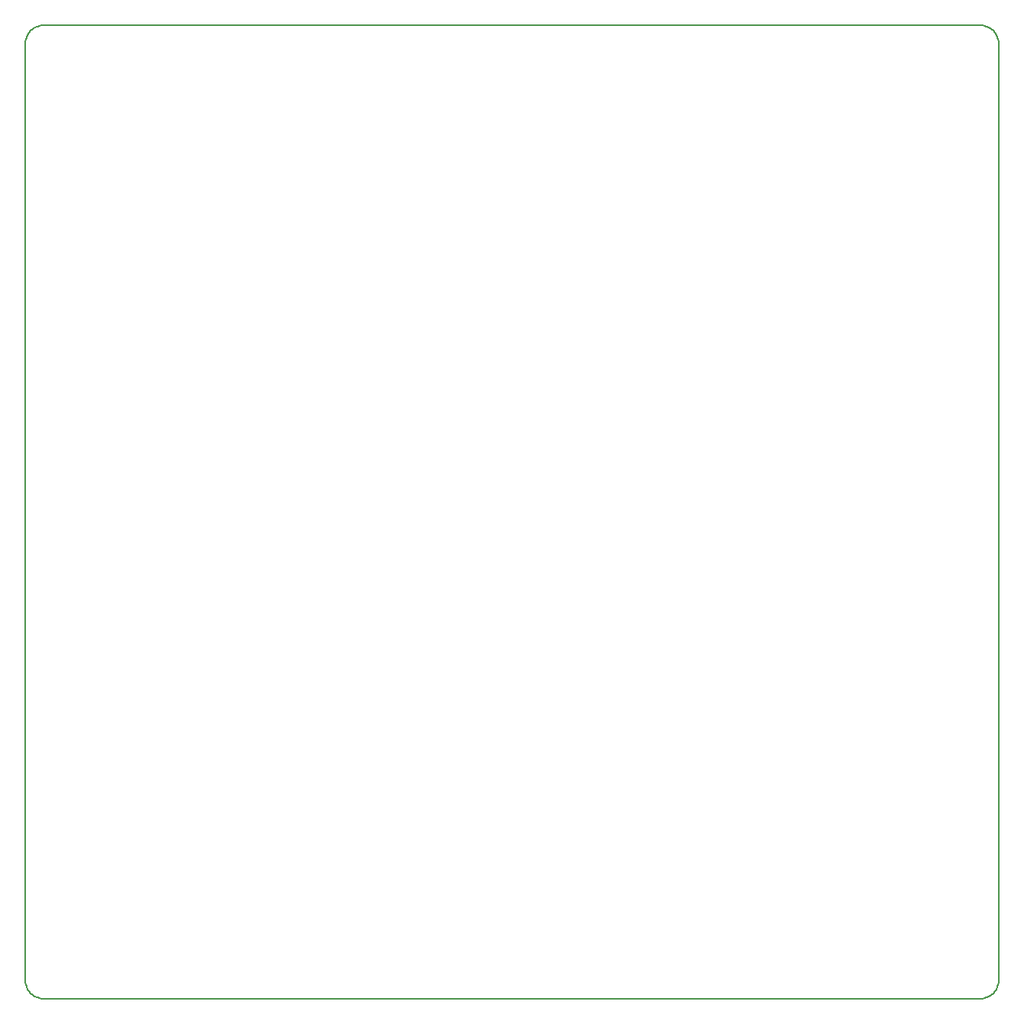
<source format=gm1>
G04 #@! TF.GenerationSoftware,KiCad,Pcbnew,(5.1.6)-1*
G04 #@! TF.CreationDate,2020-08-22T18:55:14+02:00*
G04 #@! TF.ProjectId,europa-bottom-plate,6575726f-7061-42d6-926f-74746f6d2d70,rev?*
G04 #@! TF.SameCoordinates,Original*
G04 #@! TF.FileFunction,Profile,NP*
%FSLAX46Y46*%
G04 Gerber Fmt 4.6, Leading zero omitted, Abs format (unit mm)*
G04 Created by KiCad (PCBNEW (5.1.6)-1) date 2020-08-22 18:55:14*
%MOMM*%
%LPD*%
G01*
G04 APERTURE LIST*
G04 #@! TA.AperFunction,Profile*
%ADD10C,0.200000*%
G04 #@! TD*
G04 APERTURE END LIST*
D10*
X211371250Y-43727500D02*
X211575738Y-43737825D01*
X211575738Y-43737825D02*
X211774319Y-43768132D01*
X211774319Y-43768132D02*
X212058916Y-43848859D01*
X212058916Y-43848859D02*
X212324568Y-43968889D01*
X212324568Y-43968889D02*
X212567881Y-44124829D01*
X212567881Y-44124829D02*
X212785463Y-44313286D01*
X212785463Y-44313286D02*
X212973920Y-44530867D01*
X212973920Y-44530867D02*
X213129860Y-44774181D01*
X213129860Y-44774181D02*
X213249890Y-45039832D01*
X213249890Y-45039832D02*
X213330617Y-45324430D01*
X213330617Y-45324430D02*
X213360924Y-45523011D01*
X213360924Y-45523011D02*
X213371250Y-45727500D01*
X107371250Y-43727500D02*
X211371250Y-43727500D01*
X213371250Y-45727500D02*
X213371250Y-149727500D01*
X105371250Y-45727500D02*
X105381575Y-45523011D01*
X105381575Y-45523011D02*
X105411882Y-45324430D01*
X105411882Y-45324430D02*
X105492609Y-45039832D01*
X105492609Y-45039832D02*
X105612639Y-44774181D01*
X105612639Y-44774181D02*
X105768579Y-44530867D01*
X105768579Y-44530867D02*
X105957036Y-44313286D01*
X105957036Y-44313286D02*
X106174617Y-44124829D01*
X106174617Y-44124829D02*
X106417931Y-43968889D01*
X106417931Y-43968889D02*
X106683582Y-43848859D01*
X106683582Y-43848859D02*
X106968180Y-43768132D01*
X106968180Y-43768132D02*
X107166761Y-43737825D01*
X107166761Y-43737825D02*
X107371250Y-43727500D01*
X105371250Y-149727500D02*
X105371250Y-45727500D01*
X107371250Y-151727500D02*
X107166761Y-151717174D01*
X107166761Y-151717174D02*
X106968180Y-151686867D01*
X106968180Y-151686867D02*
X106683582Y-151606140D01*
X106683582Y-151606140D02*
X106417931Y-151486110D01*
X106417931Y-151486110D02*
X106174617Y-151330170D01*
X106174617Y-151330170D02*
X105957036Y-151141713D01*
X105957036Y-151141713D02*
X105768579Y-150924131D01*
X105768579Y-150924131D02*
X105612639Y-150680818D01*
X105612639Y-150680818D02*
X105492609Y-150415166D01*
X105492609Y-150415166D02*
X105411882Y-150130569D01*
X105411882Y-150130569D02*
X105381575Y-149931988D01*
X105381575Y-149931988D02*
X105371250Y-149727500D01*
X211371250Y-151727500D02*
X107371250Y-151727500D01*
X213371250Y-149727500D02*
X213360924Y-149931988D01*
X213360924Y-149931988D02*
X213330617Y-150130569D01*
X213330617Y-150130569D02*
X213249890Y-150415166D01*
X213249890Y-150415166D02*
X213129860Y-150680818D01*
X213129860Y-150680818D02*
X212973920Y-150924131D01*
X212973920Y-150924131D02*
X212785463Y-151141713D01*
X212785463Y-151141713D02*
X212567881Y-151330170D01*
X212567881Y-151330170D02*
X212324568Y-151486110D01*
X212324568Y-151486110D02*
X212058916Y-151606140D01*
X212058916Y-151606140D02*
X211774319Y-151686867D01*
X211774319Y-151686867D02*
X211575738Y-151717174D01*
X211575738Y-151717174D02*
X211371250Y-151727500D01*
M02*

</source>
